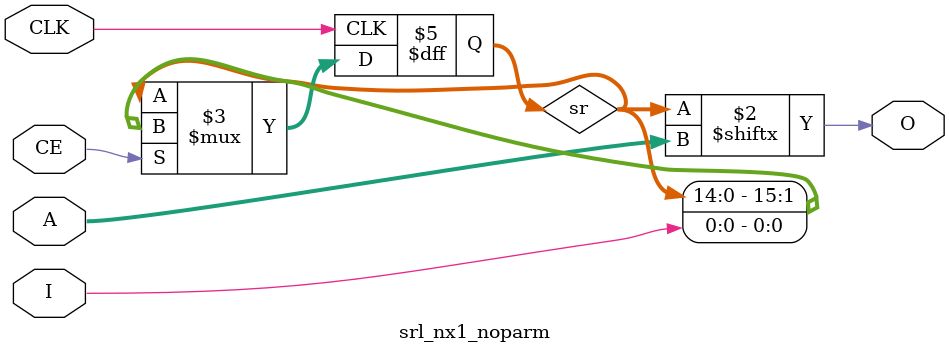
<source format=v>
`timescale 1ns / 1ps
module srl_nx1_noparm(
	input CLK,
	input CE,
	input [3:0] A, //Address is 1 less than depth, ie. for 5 clocks A is 4
	input I,
	output O
);

(* syn_srlstyle = "select_srl" *)
   reg [15:0] sr;

   always @(posedge CLK)
      if (CE)begin
         sr <= {sr[14:0], I};
      end
   assign O = sr[A];

endmodule

</source>
